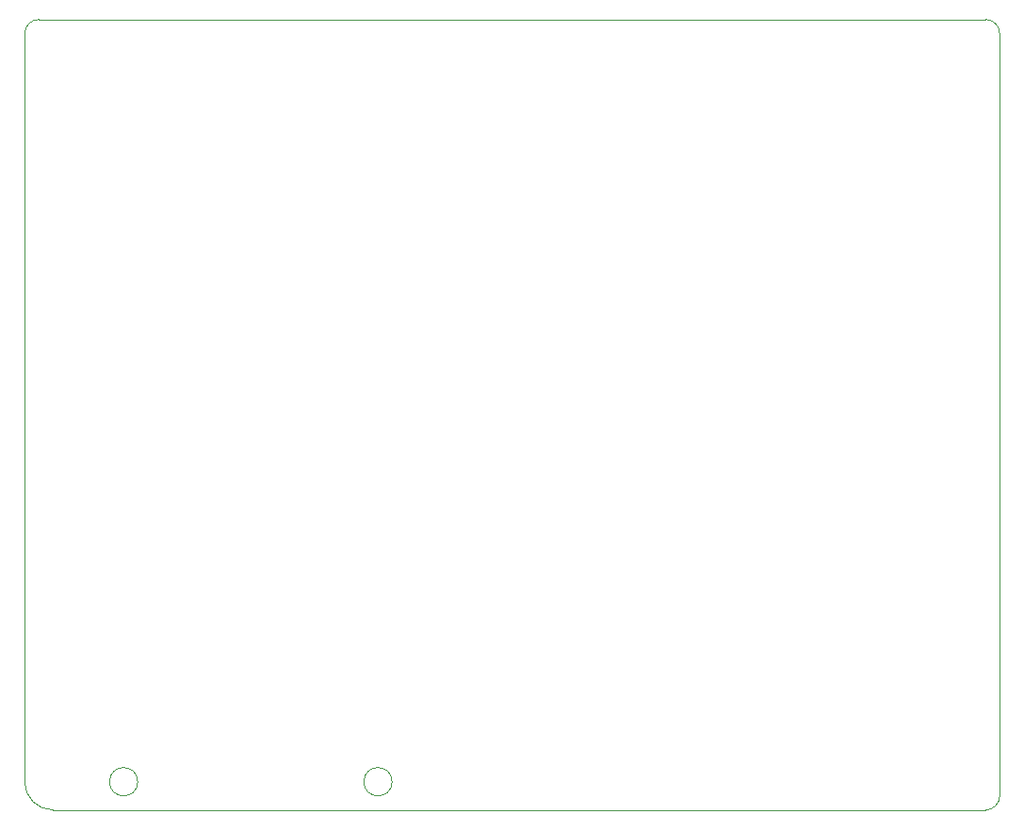
<source format=gbr>
%TF.GenerationSoftware,KiCad,Pcbnew,(5.1.8)-1*%
%TF.CreationDate,2020-11-23T02:20:36+03:00*%
%TF.ProjectId,morphesp240_g850_interface,6d6f7270-6865-4737-9032-34305f673835,1.0*%
%TF.SameCoordinates,Original*%
%TF.FileFunction,Profile,NP*%
%FSLAX46Y46*%
G04 Gerber Fmt 4.6, Leading zero omitted, Abs format (unit mm)*
G04 Created by KiCad (PCBNEW (5.1.8)-1) date 2020-11-23 02:20:36*
%MOMM*%
%LPD*%
G01*
G04 APERTURE LIST*
%TA.AperFunction,Profile*%
%ADD10C,0.050000*%
%TD*%
G04 APERTURE END LIST*
D10*
X163830000Y-127000000D02*
X163830000Y-58420000D01*
X163830000Y-127000000D02*
G75*
G02*
X162560000Y-128270000I-1270000J0D01*
G01*
X78740000Y-128270000D02*
G75*
G02*
X76200000Y-125730000I0J2540000D01*
G01*
X162560000Y-57150000D02*
G75*
G02*
X163830000Y-58420000I0J-1270000D01*
G01*
X109220000Y-125730000D02*
G75*
G03*
X109220000Y-125730000I-1270000J0D01*
G01*
X86360000Y-125730000D02*
G75*
G03*
X86360000Y-125730000I-1270000J0D01*
G01*
X162560000Y-128270000D02*
X78740000Y-128270000D01*
X77470000Y-57150000D02*
X162560000Y-57150000D01*
X76200000Y-125730000D02*
X76200000Y-58420000D01*
X76200000Y-58420000D02*
G75*
G02*
X77470000Y-57150000I1270000J0D01*
G01*
M02*

</source>
